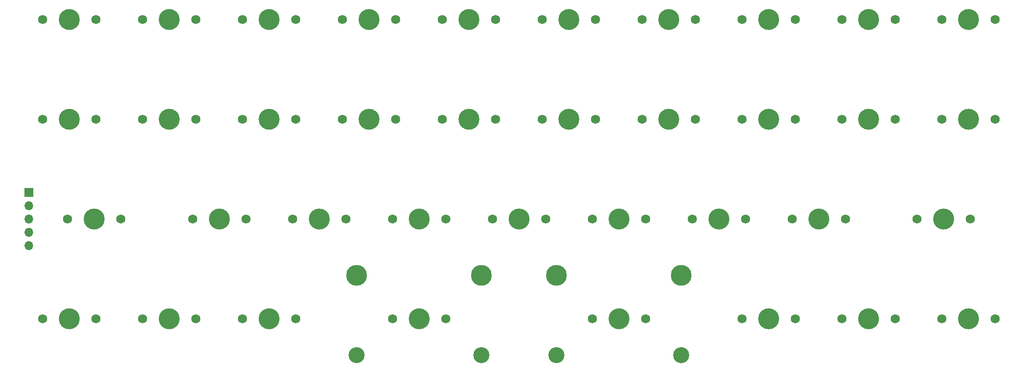
<source format=gts>
%TF.GenerationSoftware,KiCad,Pcbnew,8.0.5*%
%TF.CreationDate,2024-10-22T20:48:18-04:00*%
%TF.ProjectId,alpha,616c7068-612e-46b6-9963-61645f706362,rev?*%
%TF.SameCoordinates,PX1c62fe0PY650e7e0*%
%TF.FileFunction,Soldermask,Top*%
%TF.FilePolarity,Negative*%
%FSLAX46Y46*%
G04 Gerber Fmt 4.6, Leading zero omitted, Abs format (unit mm)*
G04 Created by KiCad (PCBNEW 8.0.5) date 2024-10-22 20:48:18*
%MOMM*%
%LPD*%
G01*
G04 APERTURE LIST*
%ADD10C,1.750000*%
%ADD11C,4.000000*%
%ADD12C,3.987800*%
%ADD13C,3.048000*%
%ADD14R,1.700000X1.700000*%
%ADD15O,1.700000X1.700000*%
G04 APERTURE END LIST*
D10*
%TO.C,MX26*%
X128269889Y28574976D03*
D11*
X133349888Y28574976D03*
D10*
X138429887Y28574976D03*
%TD*%
%TO.C,MX27*%
X147319873Y28574976D03*
D11*
X152399872Y28574976D03*
D10*
X157479871Y28574976D03*
%TD*%
%TO.C,MX10*%
X175894850Y66674943D03*
D11*
X180974849Y66674943D03*
D10*
X186054848Y66674943D03*
%TD*%
%TO.C,MX36*%
X175894849Y9524992D03*
D11*
X180974848Y9524992D03*
D10*
X186054847Y9524992D03*
%TD*%
%TO.C,MX32*%
X71119937Y9524992D03*
D11*
X76199936Y9524992D03*
D10*
X81279935Y9524992D03*
%TD*%
%TO.C,MX2*%
X23494977Y66674943D03*
D11*
X28574976Y66674943D03*
D10*
X33654975Y66674943D03*
%TD*%
%TO.C,MX20*%
X9187640Y28574976D03*
D11*
X14267640Y28574976D03*
D10*
X19347640Y28574976D03*
%TD*%
%TO.C,MX11*%
X4444993Y47624961D03*
D11*
X9524992Y47624961D03*
D10*
X14604991Y47624961D03*
%TD*%
%TO.C,MX24*%
X90169921Y28574975D03*
D11*
X95249920Y28574975D03*
D10*
X100329919Y28574975D03*
%TD*%
%TO.C,MX34*%
X137794880Y9524992D03*
D11*
X142874879Y9524992D03*
D10*
X147954878Y9524992D03*
%TD*%
D12*
%TO.C,S2*%
X126206155Y17779992D03*
D13*
X126206154Y2539992D03*
X102393654Y2539992D03*
D12*
X102393653Y17779992D03*
%TD*%
D10*
%TO.C,MX19*%
X175894849Y47624960D03*
D11*
X180974848Y47624960D03*
D10*
X186054847Y47624960D03*
%TD*%
%TO.C,MX22*%
X52069953Y28574975D03*
D11*
X57149952Y28574975D03*
D10*
X62229951Y28574975D03*
%TD*%
%TO.C,MX23*%
X71119937Y28574975D03*
D11*
X76199936Y28574975D03*
D10*
X81279935Y28574975D03*
%TD*%
%TO.C,MX3*%
X42544960Y66674943D03*
D11*
X47624959Y66674943D03*
D10*
X52704958Y66674943D03*
%TD*%
%TO.C,MX30*%
X23494977Y9524992D03*
D11*
X28574976Y9524992D03*
D10*
X33654975Y9524992D03*
%TD*%
%TO.C,MX15*%
X80644929Y47624961D03*
D11*
X85724928Y47624961D03*
D10*
X90804927Y47624961D03*
%TD*%
%TO.C,MX1*%
X4444993Y66674943D03*
D11*
X9524992Y66674943D03*
D10*
X14604991Y66674943D03*
%TD*%
%TO.C,MX4*%
X61594944Y66674943D03*
D11*
X66674943Y66674943D03*
D10*
X71754942Y66674943D03*
%TD*%
D12*
%TO.C,S1*%
X88106187Y17779992D03*
D13*
X88106186Y2539992D03*
X64293686Y2539992D03*
D12*
X64293685Y17779992D03*
%TD*%
D10*
%TO.C,MX6*%
X99694913Y66674943D03*
D11*
X104774912Y66674943D03*
D10*
X109854911Y66674943D03*
%TD*%
%TO.C,MX5*%
X80644929Y66674943D03*
D11*
X85724928Y66674943D03*
D10*
X90804927Y66674943D03*
%TD*%
%TO.C,MX14*%
X61594945Y47624961D03*
D11*
X66674944Y47624961D03*
D10*
X71754943Y47624961D03*
%TD*%
%TO.C,MX35*%
X156844865Y9524992D03*
D11*
X161924864Y9524992D03*
D10*
X167004863Y9524992D03*
%TD*%
%TO.C,MX8*%
X137794881Y66674943D03*
D11*
X142874880Y66674943D03*
D10*
X147954879Y66674943D03*
%TD*%
%TO.C,MX7*%
X118744897Y66674943D03*
D11*
X123824896Y66674943D03*
D10*
X128904895Y66674943D03*
%TD*%
%TO.C,MX16*%
X99694912Y47624960D03*
D11*
X104774911Y47624960D03*
D10*
X109854910Y47624960D03*
%TD*%
%TO.C,MX12*%
X23494977Y47624960D03*
D11*
X28574976Y47624960D03*
D10*
X33654975Y47624960D03*
%TD*%
%TO.C,MX28*%
X171132352Y28574976D03*
D11*
X176212352Y28574976D03*
D10*
X181292352Y28574976D03*
%TD*%
%TO.C,MX9*%
X156844865Y66674943D03*
D11*
X161924864Y66674943D03*
D10*
X167004863Y66674943D03*
%TD*%
%TO.C,MX21*%
X33019969Y28574976D03*
D11*
X38099968Y28574976D03*
D10*
X43179967Y28574976D03*
%TD*%
%TO.C,MX29*%
X4444993Y9524992D03*
D11*
X9524992Y9524992D03*
D10*
X14604991Y9524992D03*
%TD*%
%TO.C,MX33*%
X109219905Y9524992D03*
D11*
X114299904Y9524992D03*
D10*
X119379903Y9524992D03*
%TD*%
%TO.C,MX31*%
X42544961Y9524992D03*
D11*
X47624960Y9524992D03*
D10*
X52704959Y9524992D03*
%TD*%
%TO.C,MX17*%
X118744897Y47624960D03*
D11*
X123824896Y47624960D03*
D10*
X128904895Y47624960D03*
%TD*%
%TO.C,MX13*%
X42544961Y47624960D03*
D11*
X47624960Y47624960D03*
D10*
X52704959Y47624960D03*
%TD*%
%TO.C,MX25*%
X109219905Y28574976D03*
D11*
X114299904Y28574976D03*
D10*
X119379903Y28574976D03*
%TD*%
%TO.C,MX37*%
X156844865Y47624960D03*
D11*
X161924864Y47624960D03*
D10*
X167004863Y47624960D03*
%TD*%
%TO.C,MX18*%
X137794881Y47624960D03*
D11*
X142874880Y47624960D03*
D10*
X147954879Y47624960D03*
%TD*%
D14*
%TO.C,J2*%
X1785936Y33649975D03*
D15*
X1785936Y31109975D03*
X1785936Y28569976D03*
X1785936Y26029975D03*
X1785936Y23489975D03*
%TD*%
M02*

</source>
